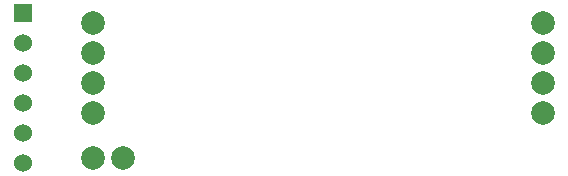
<source format=gbr>
G04 start of page 3 for group 5 idx 5 *
G04 Title: (unknown), bottom *
G04 Creator: pcb 20110918 *
G04 CreationDate: Mo 16 Sep 2013 13:53:05 GMT UTC *
G04 For: kevredon *
G04 Format: Gerber/RS-274X *
G04 PCB-Dimensions: 600000 500000 *
G04 PCB-Coordinate-Origin: lower left *
%MOIN*%
%FSLAX25Y25*%
%LNBOTTOM*%
%ADD26C,0.0866*%
%ADD25C,0.1260*%
%ADD24C,0.0394*%
%ADD23C,0.0380*%
%ADD22C,0.0787*%
%ADD21C,0.0600*%
%ADD20C,0.0001*%
G54D20*G36*
X394638Y392764D02*Y386764D01*
X400638D01*
Y392764D01*
X394638D01*
G37*
G54D21*X397638Y379764D03*
G54D22*X421152Y386336D03*
Y376336D03*
Y366336D03*
Y356336D03*
G54D21*X397638Y369764D03*
Y359764D03*
Y349764D03*
Y339764D03*
G54D22*X421152Y341336D03*
X431152D03*
X571152Y386336D03*
Y376336D03*
Y366336D03*
Y356336D03*
G54D23*G54D24*G54D23*G54D25*G54D24*G54D25*G54D26*G54D25*G54D26*G54D24*M02*

</source>
